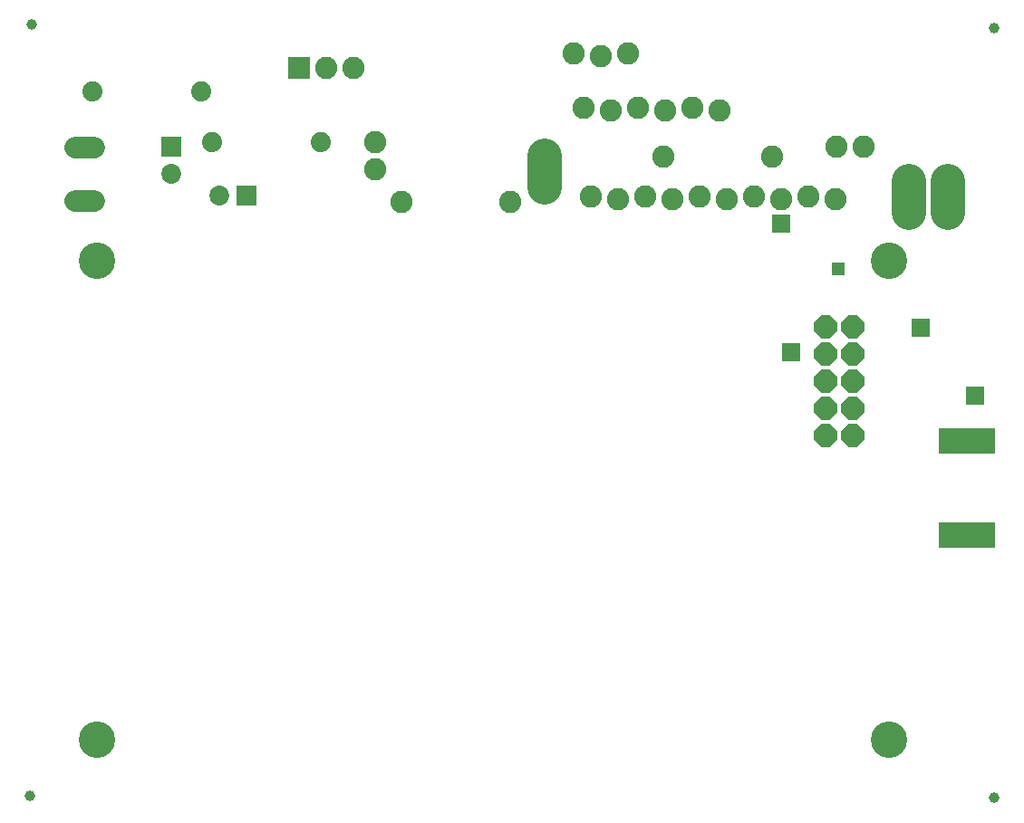
<source format=gbs>
G75*
%MOIN*%
%OFA0B0*%
%FSLAX24Y24*%
%IPPOS*%
%LPD*%
%AMOC8*
5,1,8,0,0,1.08239X$1,22.5*
%
%ADD10C,0.0395*%
%ADD11C,0.1340*%
%ADD12OC8,0.0840*%
%ADD13R,0.0730X0.0730*%
%ADD14C,0.0730*%
%ADD15C,0.0820*%
%ADD16C,0.0785*%
%ADD17C,0.1265*%
%ADD18R,0.2080X0.0980*%
%ADD19C,0.0740*%
%ADD20R,0.0820X0.0820*%
%ADD21R,0.0671X0.0671*%
%ADD22R,0.0476X0.0476*%
D10*
X000505Y001625D03*
X035977Y001546D03*
X035977Y029893D03*
X000584Y030011D03*
D11*
X002974Y021338D03*
X002974Y003700D03*
X032127Y003700D03*
X032127Y021338D03*
D12*
X030788Y018885D03*
X029788Y018885D03*
X029788Y017885D03*
X029788Y016885D03*
X029788Y015885D03*
X030788Y015885D03*
X030788Y016885D03*
X030788Y017885D03*
X030788Y014885D03*
X029788Y014885D03*
D13*
X008485Y023712D03*
X005694Y025515D03*
D14*
X005694Y024515D03*
X007485Y023712D03*
D15*
X013214Y024696D03*
X013214Y025696D03*
X014178Y023483D03*
X018178Y023483D03*
X021151Y023683D03*
X022151Y023583D03*
X023151Y023683D03*
X024151Y023583D03*
X025151Y023683D03*
X026151Y023583D03*
X027151Y023683D03*
X028151Y023583D03*
X029151Y023683D03*
X030151Y023583D03*
X030178Y025519D03*
X031178Y025519D03*
X027796Y025145D03*
X025887Y026875D03*
X024887Y026975D03*
X023887Y026875D03*
X022887Y026975D03*
X021887Y026875D03*
X020887Y026975D03*
X021505Y028858D03*
X020505Y028958D03*
X022505Y028958D03*
X023796Y025145D03*
X012411Y028436D03*
X011411Y028436D03*
D16*
X002869Y025503D02*
X002164Y025503D01*
X002164Y023534D02*
X002869Y023534D01*
D17*
X019442Y024025D02*
X019442Y025210D01*
X032828Y024265D02*
X032828Y023080D01*
X034285Y023080D02*
X034285Y024265D01*
D18*
X034967Y014704D03*
X034967Y011224D03*
D19*
X011206Y025680D03*
X007206Y025680D03*
X006796Y027570D03*
X002796Y027570D03*
D20*
X010411Y028436D03*
D21*
X028143Y022688D03*
X033261Y018869D03*
X035269Y016349D03*
X028497Y017964D03*
D22*
X030229Y021034D03*
M02*

</source>
